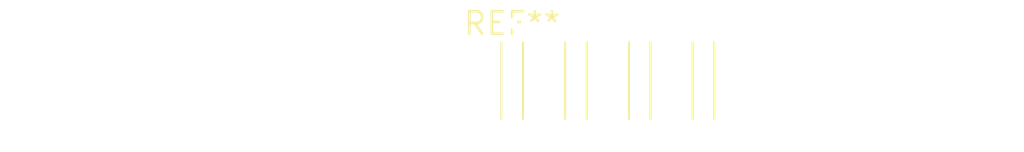
<source format=kicad_pcb>
(kicad_pcb (version 20240108) (generator pcbnew)
  (layers (0 "F.Cu" signal) (31 "B.Cu" signal) (34 "B.Paste" user) (35 "F.Paste" user) (36 "B.SilkS" user "B.Silkscreen") (37 "F.SilkS" user "F.Silkscreen") (38 "B.Mask" user) (39 "F.Mask" user) (44 "Edge.Cuts" user))
  (net 0 "")
  (footprint "SolderWire-0.1sqmm_1x04_P3.6mm_D0.4mm_OD1mm_Relief" (layer "F.Cu") (at 0 0)
    (property "Reference" "REF**")
    (property "Value" "SolderWire-0.1sqmm_1x04_P3.6mm_D0.4mm_OD1mm_Relief")
    (fp_line (start -0.61 1.06) (end -0.61 5.39) (layer "F.SilkS") (stroke (width 0.12)))
    (fp_line (start 0.61 1.06) (end 0.61 5.39) (layer "F.SilkS") (stroke (width 0.12)))
    (fp_line (start 2.99 1.06) (end 2.99 5.39) (layer "F.SilkS") (stroke (width 0.12)))
    (fp_line (start 4.21 1.06) (end 4.21 5.39) (layer "F.SilkS") (stroke (width 0.12)))
    (fp_line (start 6.59 1.06) (end 6.59 5.39) (layer "F.SilkS") (stroke (width 0.12)))
    (fp_line (start 7.81 1.06) (end 7.81 5.39) (layer "F.SilkS") (stroke (width 0.12)))
    (fp_line (start 10.19 1.06) (end 10.19 5.39) (layer "F.SilkS") (stroke (width 0.12)))
    (fp_line (start 11.41 1.06) (end 11.41 5.39) (layer "F.SilkS") (stroke (width 0.12)))
    (pad "" np_thru_hole circle (at 0 6) (size 1.5 1.5) (drill 1.5) (layers *.Cu *.Mask))
    (pad "" np_thru_hole circle (at 3.6 6) (size 1.5 1.5) (drill 1.5) (layers *.Cu *.Mask))
    (pad "" np_thru_hole circle (at 7.2 6) (size 1.5 1.5) (drill 1.5) (layers *.Cu *.Mask))
    (pad "" np_thru_hole circle (at 10.8 6) (size 1.5 1.5) (drill 1.5) (layers *.Cu *.Mask))
    (pad "1" thru_hole roundrect (at 0 0) (size 1.6 1.6) (drill 0.6) (layers *.Cu *.Mask) (remove_unused_layers) (roundrect_rratio 0.15625))
    (pad "2" thru_hole circle (at 3.6 0) (size 1.6 1.6) (drill 0.6) (layers *.Cu *.Mask) (remove_unused_layers))
    (pad "3" thru_hole circle (at 7.2 0) (size 1.6 1.6) (drill 0.6) (layers *.Cu *.Mask) (remove_unused_layers))
    (pad "4" thru_hole circle (at 10.8 0) (size 1.6 1.6) (drill 0.6) (layers *.Cu *.Mask) (remove_unused_layers))
  )
)
</source>
